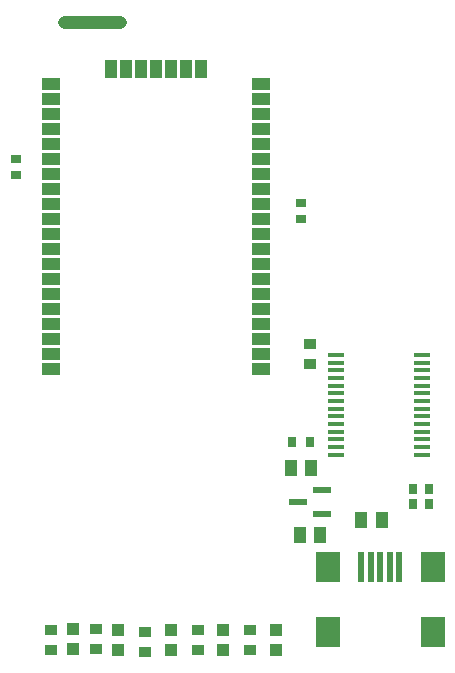
<source format=gtp>
G04*
G04 #@! TF.GenerationSoftware,Altium Limited,Altium NEXUS,2.1.7 (73)*
G04*
G04 Layer_Color=8421504*
%FSLAX44Y44*%
%MOMM*%
G71*
G01*
G75*
%ADD17R,1.6100X0.6100*%
%ADD18R,1.1000X1.3800*%
%ADD19R,1.0000X0.9000*%
%ADD20R,1.0000X1.1000*%
%ADD21R,2.0000X2.5000*%
%ADD22R,0.5000X2.5000*%
%ADD23R,0.8000X0.9000*%
%ADD24R,1.3970X0.3480*%
%ADD25R,0.9000X0.8000*%
%ADD26R,1.0160X1.5240*%
%ADD27R,1.5240X1.0160*%
%ADD28R,0.7000X0.9000*%
%ADD29C,1.1000*%
D17*
X627590Y415290D02*
D03*
X647490Y425540D02*
D03*
Y405040D02*
D03*
D18*
X628910Y387350D02*
D03*
X646170D02*
D03*
X638550Y444500D02*
D03*
X621290D02*
D03*
X680980Y400050D02*
D03*
X698240D02*
D03*
D19*
X586740Y289950D02*
D03*
Y306950D02*
D03*
X637540Y532520D02*
D03*
Y549520D02*
D03*
X542290Y289950D02*
D03*
Y306950D02*
D03*
X497840Y288680D02*
D03*
Y305680D02*
D03*
X455930Y308220D02*
D03*
Y291220D02*
D03*
X417830Y306950D02*
D03*
Y289950D02*
D03*
D20*
X608330D02*
D03*
Y306950D02*
D03*
X563880Y289950D02*
D03*
Y306950D02*
D03*
X519430Y289950D02*
D03*
Y306950D02*
D03*
X474980Y290340D02*
D03*
Y307340D02*
D03*
X436880Y291220D02*
D03*
Y308220D02*
D03*
D21*
X741420Y305580D02*
D03*
X652220D02*
D03*
X741420Y360380D02*
D03*
X652220D02*
D03*
D22*
X712820D02*
D03*
X704820D02*
D03*
X696820D02*
D03*
X688820D02*
D03*
X680820D02*
D03*
D23*
X738520Y414020D02*
D03*
X724520D02*
D03*
X738520Y426720D02*
D03*
X724520D02*
D03*
D24*
X659130Y455400D02*
D03*
Y461900D02*
D03*
Y468400D02*
D03*
Y474900D02*
D03*
Y481400D02*
D03*
Y487900D02*
D03*
Y494400D02*
D03*
Y500900D02*
D03*
Y507400D02*
D03*
Y513900D02*
D03*
Y520400D02*
D03*
Y526900D02*
D03*
Y533400D02*
D03*
Y539900D02*
D03*
X732250Y455400D02*
D03*
Y461900D02*
D03*
Y468400D02*
D03*
Y474900D02*
D03*
Y481400D02*
D03*
Y494400D02*
D03*
Y487900D02*
D03*
Y500900D02*
D03*
Y507400D02*
D03*
Y513900D02*
D03*
Y520400D02*
D03*
Y526900D02*
D03*
Y533400D02*
D03*
Y539900D02*
D03*
D25*
X388620Y706150D02*
D03*
Y692150D02*
D03*
X629920Y654670D02*
D03*
Y668670D02*
D03*
D26*
X544830Y782320D02*
D03*
X532130D02*
D03*
X519430D02*
D03*
X506730D02*
D03*
X494030D02*
D03*
X481330D02*
D03*
X468630D02*
D03*
D27*
X417830Y769620D02*
D03*
Y756920D02*
D03*
Y744220D02*
D03*
Y731520D02*
D03*
Y718820D02*
D03*
Y706120D02*
D03*
Y693420D02*
D03*
Y680720D02*
D03*
Y668020D02*
D03*
Y655320D02*
D03*
Y642620D02*
D03*
Y629920D02*
D03*
Y617220D02*
D03*
Y604520D02*
D03*
Y591820D02*
D03*
Y579120D02*
D03*
Y566420D02*
D03*
Y553720D02*
D03*
Y541020D02*
D03*
Y528320D02*
D03*
X595630D02*
D03*
Y541020D02*
D03*
Y553720D02*
D03*
Y566420D02*
D03*
Y579120D02*
D03*
Y591820D02*
D03*
Y604520D02*
D03*
Y617220D02*
D03*
Y629920D02*
D03*
Y642620D02*
D03*
Y655320D02*
D03*
Y668020D02*
D03*
Y680720D02*
D03*
Y693420D02*
D03*
Y706120D02*
D03*
Y718820D02*
D03*
Y731520D02*
D03*
Y744220D02*
D03*
Y756920D02*
D03*
Y769620D02*
D03*
D28*
X622420Y466090D02*
D03*
X637420D02*
D03*
D29*
X428950Y821370D02*
X476250D01*
M02*

</source>
